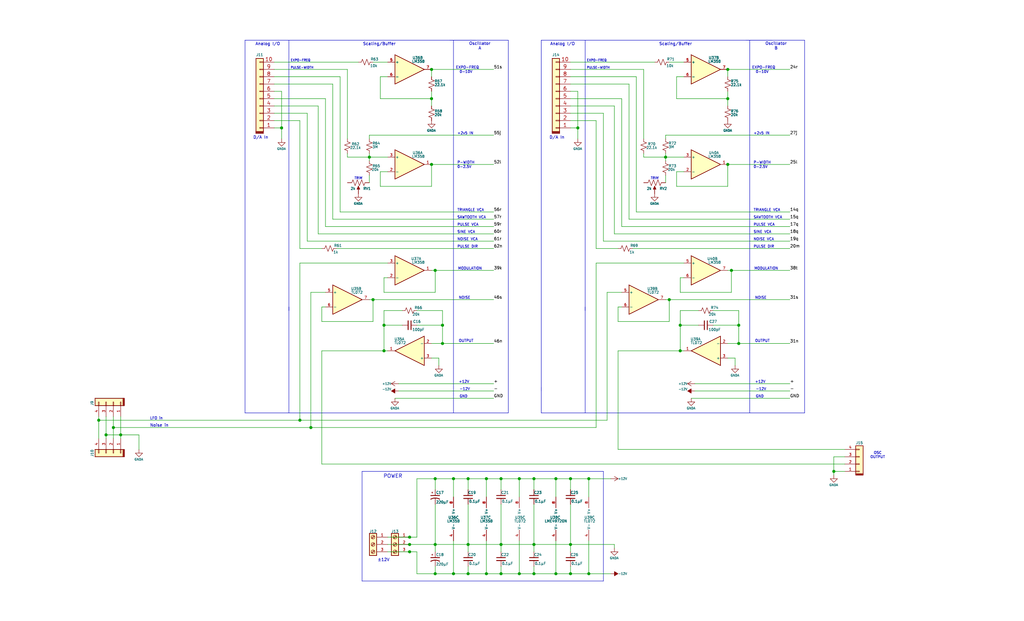
<source format=kicad_sch>
(kicad_sch (version 20250114) (generator "eeschema") (generator_version "9.0")
  (paper "USLegal")
  (title_block (title "Dual Oscillator Carrier Module") (date "2025-01-16") (rev "4.4") (comment 1 "In Development "))
  (lib_symbols
    (symbol "Amplifier_Operational:LM358" (pin_names (offset 0.127))
      (property "Reference" "U14" (at 2.286 4.064 0))
      (property "Value" "LM358" (at 3.048 2.794 0))
      (symbol "LM358_1_1"
        (pin input line (at -7.62 2.54 0) (length 2.54) (name "+") (number "3"))
        (pin input line (at -7.62 -2.54 0) (length 2.54) (name "-") (number "2"))
        (pin output line (at 7.62 0 180) (length 2.54) (name "~") (number "1"))
      )
      (symbol "LM358_2_1"
        (pin input line (at -7.62 2.54 0) (length 2.54) (name "+") (number "5"))
        (pin input line (at -7.62 -2.54 0) (length 2.54) (name "-") (number "6"))
        (pin output line (at 7.62 0 180) (length 2.54) (name "~") (number "7"))
      )
      (symbol "LM358_3_1"
        (pin power_in line (at -2.54 7.62 270) (length 3.81) (name "V+") (number "8"))
        (pin power_in line (at -2.54 -7.62 90) (length 3.81) (name "V-") (number "4"))
      )
    )
    (symbol "Amplifier_Operational:TL072" (pin_names (offset 0.127))
      (property "Reference" "U13" (at 3.048 3.81 0))
      (property "Value" "TL072" (at 3.302 2.54 0))
      (symbol "TL072_1_1"
        (pin input line (at -7.62 2.54 0) (length 2.54) (name "+") (number "3"))
        (pin input line (at -7.62 -2.54 0) (length 2.54) (name "-") (number "2"))
        (pin output line (at 7.62 0 180) (length 2.54) (name "~") (number "1"))
      )
      (symbol "TL072_2_1"
        (pin input line (at -7.62 2.54 0) (length 2.54) (name "+") (number "5"))
        (pin input line (at -7.62 -2.54 0) (length 2.54) (name "-") (number "6"))
        (pin output line (at 7.62 0 180) (length 2.54) (name "~") (number "7"))
      )
      (symbol "TL072_3_1"
        (pin power_in line (at -2.54 7.62 270) (length 3.81) (name "V+") (number "8"))
        (pin power_in line (at -2.54 -7.62 90) (length 3.81) (name "V-") (number "4"))
      )
    )
    (symbol "Connector:Screw_Terminal_01x03" (pin_names (offset 1.016) (hide yes))
      (property "Reference" "J17" (at -1.27 4.572 0))
      (symbol "Screw_Terminal_01x03_1_1"
        (pin passive line (at -5.08 2.54 0) (length 3.81) (name "Pin_1") (number "1"))
        (pin passive line (at -5.08 0 0) (length 3.81) (name "Pin_2") (number "2"))
        (pin passive line (at -5.08 -2.54 0) (length 3.81) (name "Pin_3") (number "3"))
      )
    )
    (symbol "Connector_keyed_kicad_sym:Conn_01x10h" (pin_names (offset 1.016) (hide yes))
      (property "Reference" "J28" (at 0 13.97 0))
      (symbol "Conn_01x10h_1_1"
        (pin passive line (at -5.08 10.16 0) (length 3.81) (name "Pin_1") (number "1"))
        (pin passive line (at -5.08 7.62 0) (length 3.81) (name "Pin_2") (number "2"))
        (pin passive line (at -5.08 5.08 0) (length 3.81) (name "Pin_3") (number "3"))
        (pin passive line (at -5.08 2.54 0) (length 3.81) (name "Pin_4") (number "4"))
        (pin passive line (at -5.08 0 0) (length 3.81) (name "Pin_5") (number "5"))
        (pin passive line (at -5.08 -2.54 0) (length 3.81) (name "Pin_6") (number "6"))
        (pin passive line (at -5.08 -5.08 0) (length 3.81) (name "Pin_7") (number "7"))
        (pin passive line (at -5.08 -7.62 0) (length 3.81) (name "Pin_8") (number "8"))
        (pin passive line (at -5.08 -10.16 0) (length 3.81) (name "Pin_9") (number "9"))
        (pin passive line (at -5.08 -12.7 0) (length 3.81) (name "Pin_10") (number "10"))
      )
    )
    (symbol "Device:C_Polarized_Small_US" (pin_numbers (hide yes)) (pin_names (offset 0.254) (hide yes))
      (property "Reference" "C" (at 0.254 1.778 0))
      (property "Value" "C_Polarized_Small_US" (at 0.254 -2.032 0))
      (symbol "C_Polarized_Small_US_1_1"
        (pin passive line (at 0 2.54 270) (length 2.032) (name "~") (number "1"))
        (pin passive line (at 0 -2.54 90) (length 2.032) (name "~") (number "2"))
      )
    )
    (symbol "Device:C_Small" (pin_numbers (hide yes)) (pin_names (offset 0.254) (hide yes))
      (property "Reference" "C" (at 0.254 1.778 0))
      (property "Value" "C_Small" (at 0.254 -2.032 0))
      (symbol "C_Small_1_1"
        (pin passive line (at 0 2.54 270) (length 2.032) (name "~") (number "1"))
        (pin passive line (at 0 -2.54 90) (length 2.032) (name "~") (number "2"))
      )
    )
    (symbol "Device:R_Potentiometer_US" (pin_names (offset 1.016) (hide yes))
      (property "Reference" "RV4" (at -1.0668 0.7874 0))
      (property "Value" "5k" (at -1.6256 -0.9906 0))
      (symbol "R_Potentiometer_US_1_1"
        (pin passive line (at 0 3.81 270) (length 1.27) (name "1") (number ""))
        (pin passive line (at 0 -3.81 90) (length 1.27) (name "3") (number ""))
        (pin passive line (at 3.81 0 180) (length 1.27) (name "2") (number ""))
      )
    )
    (symbol "Device:R_Small_US" (pin_numbers (hide yes)) (pin_names (offset 0.254) (hide yes))
      (property "Reference" "R" (at 0.762 0.508 0))
      (property "Value" "R_Small_US" (at 0.762 -1.016 0))
      (symbol "R_Small_US_1_1"
        (pin passive line (at 0 2.54 270) (length 1.016) (name "~") (number "1"))
        (pin passive line (at 0 -2.54 90) (length 1.016) (name "~") (number "2"))
      )
    )
    (symbol "LM358_1" (pin_names (offset 0.127))
      (property "Reference" "U12" (at 2.794 4.064 0))
      (property "Value" "LM358" (at 3.048 2.794 0))
      (symbol "LM358_1_1_1"
        (pin input line (at -7.62 2.54 0) (length 2.54) (name "+") (number "3"))
        (pin input line (at -7.62 -2.54 0) (length 2.54) (name "-") (number "2"))
        (pin output line (at 7.62 0 180) (length 2.54) (name "~") (number "1"))
      )
      (symbol "LM358_1_2_1"
        (pin input line (at -7.62 2.54 0) (length 2.54) (name "+") (number "5"))
        (pin input line (at -7.62 -2.54 0) (length 2.54) (name "-") (number "6"))
        (pin output line (at 7.62 0 180) (length 2.54) (name "~") (number "7"))
      )
      (symbol "LM358_1_3_1"
        (pin power_in line (at -2.54 7.62 270) (length 3.81) (name "V+") (number "8"))
        (pin power_in line (at -2.54 -7.62 90) (length 3.81) (name "V-") (number "4"))
      )
    )
    (symbol "LM358_2" (pin_names (offset 0.127))
      (property "Reference" "U12" (at 2.794 4.064 0))
      (property "Value" "LM358" (at 3.048 2.794 0))
      (symbol "LM358_2_1_1"
        (pin input line (at -7.62 2.54 0) (length 2.54) (name "+") (number "3"))
        (pin input line (at -7.62 -2.54 0) (length 2.54) (name "-") (number "2"))
        (pin output line (at 7.62 0 180) (length 2.54) (name "~") (number "1"))
      )
      (symbol "LM358_2_2_1"
        (pin input line (at -7.62 2.54 0) (length 2.54) (name "+") (number "5"))
        (pin input line (at -7.62 -2.54 0) (length 2.54) (name "-") (number "6"))
        (pin output line (at 7.62 0 180) (length 2.54) (name "~") (number "7"))
      )
      (symbol "LM358_2_3_1"
        (pin power_in line (at -2.54 7.62 270) (length 3.81) (name "V+") (number "8"))
        (pin power_in line (at -2.54 -7.62 90) (length 3.81) (name "V-") (number "4"))
      )
    )
    (symbol "LM358_3" (pin_names (offset 0.127))
      (property "Reference" "U12" (at 2.794 4.064 0))
      (property "Value" "LM358" (at 3.048 2.794 0))
      (symbol "LM358_3_1_1"
        (pin input line (at -7.62 2.54 0) (length 2.54) (name "+") (number "3"))
        (pin input line (at -7.62 -2.54 0) (length 2.54) (name "-") (number "2"))
        (pin output line (at 7.62 0 180) (length 2.54) (name "~") (number "1"))
      )
      (symbol "LM358_3_2_1"
        (pin input line (at -7.62 2.54 0) (length 2.54) (name "+") (number "5"))
        (pin input line (at -7.62 -2.54 0) (length 2.54) (name "-") (number "6"))
        (pin output line (at 7.62 0 180) (length 2.54) (name "~") (number "7"))
      )
      (symbol "LM358_3_3_1"
        (pin power_in line (at -2.54 7.62 270) (length 3.81) (name "V+") (number "8"))
        (pin power_in line (at -2.54 -7.62 90) (length 3.81) (name "V-") (number "4"))
      )
    )
    (symbol "LM358_4" (pin_names (offset 0.127))
      (property "Reference" "U14" (at 2.286 4.064 0))
      (property "Value" "LM358" (at 3.048 2.794 0))
      (symbol "LM358_4_1_1"
        (pin input line (at -7.62 2.54 0) (length 2.54) (name "+") (number "3"))
        (pin input line (at -7.62 -2.54 0) (length 2.54) (name "-") (number "2"))
        (pin output line (at 7.62 0 180) (length 2.54) (name "~") (number "1"))
      )
      (symbol "LM358_4_2_1"
        (pin input line (at -7.62 2.54 0) (length 2.54) (name "+") (number "5"))
        (pin input line (at -7.62 -2.54 0) (length 2.54) (name "-") (number "6"))
        (pin output line (at 7.62 0 180) (length 2.54) (name "~") (number "7"))
      )
      (symbol "LM358_4_3_1"
        (pin power_in line (at -2.54 7.62 270) (length 3.81) (name "V+") (number "8"))
        (pin power_in line (at -2.54 -7.62 90) (length 3.81) (name "V-") (number "4"))
      )
    )
    (symbol "LM358_5" (pin_names (offset 0.127))
      (property "Reference" "U14" (at 2.286 4.064 0))
      (property "Value" "LM358" (at 3.048 2.794 0))
      (symbol "LM358_5_1_1"
        (pin input line (at -7.62 2.54 0) (length 2.54) (name "+") (number "3"))
        (pin input line (at -7.62 -2.54 0) (length 2.54) (name "-") (number "2"))
        (pin output line (at 7.62 0 180) (length 2.54) (name "~") (number "1"))
      )
      (symbol "LM358_5_2_1"
        (pin input line (at -7.62 2.54 0) (length 2.54) (name "+") (number "5"))
        (pin input line (at -7.62 -2.54 0) (length 2.54) (name "-") (number "6"))
        (pin output line (at 7.62 0 180) (length 2.54) (name "~") (number "7"))
      )
      (symbol "LM358_5_3_1"
        (pin power_in line (at -2.54 7.62 270) (length 3.81) (name "V+") (number "8"))
        (pin power_in line (at -2.54 -7.62 90) (length 3.81) (name "V-") (number "4"))
      )
    )
    (symbol "My Connectors:Conn_01x04" (pin_names (offset 1.016) (hide yes))
      (property "Reference" "J" (at -0.5788 4.6722 0))
      (property "Value" "Conn_01x04" (at -0.1524 -7.9502 0))
      (symbol "Conn_01x04_1_1"
        (pin passive line (at -5.08 2.54 0) (length 3.81) (name "Pin_1") (number "1"))
        (pin passive line (at -5.08 0 0) (length 3.81) (name "Pin_2") (number "2"))
        (pin passive line (at -5.08 -2.54 0) (length 3.81) (name "Pin_3") (number "3"))
        (pin passive line (at -5.08 -5.08 0) (length 3.81) (name "Pin_4") (number "4"))
      )
    )
    (symbol "Resistors:C_Small" (pin_numbers (hide yes)) (pin_names (offset 0.254) (hide yes))
      (property "Reference" "C48" (at 2.54 1.2638 0))
      (property "Value" "100pF" (at 2.54 -1.2762 0))
      (symbol "C_Small_1_1"
        (pin passive line (at 0 2.54 270) (length 2.032) (name "~") (number "1"))
        (pin passive line (at 0 -2.54 90) (length 2.032) (name "~") (number "2"))
      )
    )
    (symbol "TL072_1" (pin_names (offset 0.127))
      (property "Reference" "U13" (at 3.048 3.81 0))
      (property "Value" "TL072" (at 3.302 2.54 0))
      (symbol "TL072_1_1_1"
        (pin input line (at -7.62 2.54 0) (length 2.54) (name "+") (number "3"))
        (pin input line (at -7.62 -2.54 0) (length 2.54) (name "-") (number "2"))
        (pin output line (at 7.62 0 180) (length 2.54) (name "~") (number "1"))
      )
      (symbol "TL072_1_2_1"
        (pin input line (at -7.62 2.54 0) (length 2.54) (name "+") (number "5"))
        (pin input line (at -7.62 -2.54 0) (length 2.54) (name "-") (number "6"))
        (pin output line (at 7.62 0 180) (length 2.54) (name "~") (number "7"))
      )
      (symbol "TL072_1_3_1"
        (pin power_in line (at -2.54 7.62 270) (length 3.81) (name "V+") (number "8"))
        (pin power_in line (at -2.54 -7.62 90) (length 3.81) (name "V-") (number "4"))
      )
    )
    (symbol "TL072_2" (pin_names (offset 0.127))
      (property "Reference" "U13" (at 3.048 3.81 0))
      (property "Value" "TL072" (at 3.302 2.54 0))
      (symbol "TL072_2_1_1"
        (pin input line (at -7.62 2.54 0) (length 2.54) (name "+") (number "3"))
        (pin input line (at -7.62 -2.54 0) (length 2.54) (name "-") (number "2"))
        (pin output line (at 7.62 0 180) (length 2.54) (name "~") (number "1"))
      )
      (symbol "TL072_2_2_1"
        (pin input line (at -7.62 2.54 0) (length 2.54) (name "+") (number "5"))
        (pin input line (at -7.62 -2.54 0) (length 2.54) (name "-") (number "6"))
        (pin output line (at 7.62 0 180) (length 2.54) (name "~") (number "7"))
      )
      (symbol "TL072_2_3_1"
        (pin power_in line (at -2.54 7.62 270) (length 3.81) (name "V+") (number "8"))
        (pin power_in line (at -2.54 -7.62 90) (length 3.81) (name "V-") (number "4"))
      )
    )
    (symbol "power:+12V" (power) (pin_names (offset 0))
      (property "Value" "+12V" (at 0 3.556 0))
      (symbol "+12V_1_1"
        (pin power_in line (at 0 0 90) (length 0) (hide yes) (name "+12V") (number "1"))
      )
    )
    (symbol "power:-12V" (power) (pin_names (offset 0))
      (property "Value" "-12V" (at 0 3.81 0))
      (symbol "-12V_0_0"
        (pin power_in line (at 0 0 90) (length 0) (hide yes) (name "-12V") (number "1"))
      )
    )
    (symbol "power:GNDA" (power) (pin_names (offset 0))
      (property "Value" "GNDA" (at 0 -3.81 0))
      (symbol "GNDA_1_1"
        (pin power_in line (at 0 0 270) (length 0) (hide yes) (name "GNDA") (number "1"))
      )
    )
  )
  (text "OUTPUT" (at 262.128 119.126 0) (effects (font (size 0.889 0.889)) (justify left bottom)))
  (text "Scaling/Buffer" (at 125.984 16.002 0) (effects (font (size 1.016 1.016)) (justify left bottom)))
  (text "OSC\nOUTPUT" (at 304.8 159.512 0) (effects (font (size 0.889 0.889)) (justify bottom)))
  (text "Noise in" (at 52.07 148.59 0) (effects (font (size 1.016 1.016)) (justify left bottom)))
  (text "OUTPUT" (at 159.258 119.126 0) (effects (font (size 0.889 0.889)) (justify left bottom)))
  (text "-12V" (at 262.382 135.89 0) (effects (font (size 0.889 0.889)) (justify left bottom)))
  (text "Oscillator\nA" (at 166.624 17.526 0) (effects (font (size 1.016 1.016)) (justify bottom)))
  (text "_{TRIM}" (at 122.936 62.484 0) (effects (font (size 1.016 1.016) (italic yes)) (justify left bottom)))
  (text "0-2.5V" (at 158.75 58.674 0) (effects (font (size 0.889 0.889)) (justify left bottom)))
  (text "GND" (at 159.512 138.43 0) (effects (font (size 0.889 0.889)) (justify left bottom)))
  (text "Analog I/O" (at 88.646 16.002 0) (effects (font (size 1.016 1.016)) (justify left bottom)))
  (text "Analog I/O" (at 191.008 16.002 0) (effects (font (size 1.016 1.016)) (justify left bottom)))
  (text "+12V" (at 262.128 133.35 0) (effects (font (size 0.889 0.889)) (justify left bottom)))
  (text "MODULATION" (at 159.004 93.98 0) (effects (font (size 0.889 0.889)) (justify left bottom)))
  (text "+12V" (at 159.258 133.35 0) (effects (font (size 0.889 0.889)) (justify left bottom)))
  (text "Scaling/Buffer" (at 228.854 16.002 0) (effects (font (size 1.016 1.016)) (justify left bottom)))
  (text "MODULATION" (at 261.874 93.98 0) (effects (font (size 0.889 0.889)) (justify left bottom)))
  (text "-12V" (at 159.512 135.89 0) (effects (font (size 0.889 0.889)) (justify left bottom)))
  (text "EXPO-FREQ" (at 203.708 21.59 0) (effects (font (size 0.762 0.762)) (justify left bottom)))
  (text "PULSE DIR" (at 261.62 86.36 0) (effects (font (size 0.889 0.889)) (justify left bottom)))
  (text "D/A In" (at 87.884 48.514 0) (effects (font (size 1.016 1.016)) (justify left bottom)))
  (text "POWER" (at 133.096 166.37 0) (effects (font (size 1.27 1.27)) (justify left bottom)))
  (text "TRIANGLE VCA" (at 261.62 73.66 0) (effects (font (size 0.889 0.889)) (justify left bottom)))
  (text "NOISE" (at 159.258 104.14 0) (effects (font (size 0.889 0.889)) (justify left bottom)))
  (text "NOISE VCA" (at 261.62 83.82 0) (effects (font (size 0.889 0.889)) (justify left bottom)))
  (text "P-WIDTH" (at 261.62 57.15 0) (effects (font (size 0.889 0.889)) (justify left bottom)))
  (text "GND" (at 262.382 138.43 0) (effects (font (size 0.889 0.889)) (justify left bottom)))
  (text "SINE VCA" (at 158.75 81.28 0) (effects (font (size 0.889 0.889)) (justify left bottom)))
  (text "0-10V" (at 159.512 25.654 0) (effects (font (size 0.889 0.889)) (justify left bottom)))
  (text "PULSE-WIDTH" (at 100.838 24.13 0) (effects (font (size 0.762 0.762)) (justify left bottom)))
  (text "0-2.5V" (at 261.62 58.674 0) (effects (font (size 0.889 0.889)) (justify left bottom)))
  (text "TRIANGLE VCA" (at 158.75 73.66 0) (effects (font (size 0.889 0.889)) (justify left bottom)))
  (text "D/A In" (at 190.754 48.514 0) (effects (font (size 1.016 1.016)) (justify left bottom)))
  (text "LFO in" (at 52.07 146.05 0) (effects (font (size 0.889 0.889)) (justify left bottom)))
  (text "PULSE-WIDTH" (at 203.708 24.13 0) (effects (font (size 0.762 0.762)) (justify left bottom)))
  (text "EXPO-FREQ" (at 261.112 24.13 0) (effects (font (size 0.889 0.889)) (justify left bottom)))
  (text "SINE VCA" (at 261.62 81.28 0) (effects (font (size 0.889 0.889)) (justify left bottom)))
  (text "±12V" (at 131.064 195.326 0) (effects (font (size 1.016 1.016)) (justify left bottom)))
  (text "_{TRIM}" (at 225.806 62.484 0) (effects (font (size 1.016 1.016) (italic yes)) (justify left bottom)))
  (text "P-WIDTH" (at 158.75 57.15 0) (effects (font (size 0.889 0.889)) (justify left bottom)))
  (text "NOISE" (at 262.128 104.14 0) (effects (font (size 0.889 0.889)) (justify left bottom)))
  (text "PULSE DIR" (at 158.75 86.36 0) (effects (font (size 0.889 0.889)) (justify left bottom)))
  (text "+2v5 IN" (at 261.62 46.99 0) (effects (font (size 0.889 0.889)) (justify left bottom)))
  (text "NOISE VCA" (at 158.75 83.82 0) (effects (font (size 0.889 0.889)) (justify left bottom)))
  (text "PULSE VCA" (at 261.62 78.74 0) (effects (font (size 0.889 0.889)) (justify left bottom)))
  (text "PULSE VCA" (at 158.75 78.74 0) (effects (font (size 0.889 0.889)) (justify left bottom)))
  (text "0-10V" (at 262.382 25.654 0) (effects (font (size 0.889 0.889)) (justify left bottom)))
  (text "EXPO-FREQ" (at 158.242 24.13 0) (effects (font (size 0.889 0.889)) (justify left bottom)))
  (text "SAWTOOTH VCA" (at 158.75 76.2 0) (effects (font (size 0.889 0.889)) (justify left bottom)))
  (text "EXPO-FREQ" (at 100.838 21.59 0) (effects (font (size 0.762 0.762)) (justify left bottom)))
  (text "SAWTOOTH VCA" (at 261.62 76.2 0) (effects (font (size 0.889 0.889)) (justify left bottom)))
  (text "+2v5 IN" (at 158.75 46.99 0) (effects (font (size 0.889 0.889)) (justify left bottom)))
  (text "Oscillator\nB" (at 269.494 17.526 0) (effects (font (size 1.016 1.016)) (justify bottom)))
  (junction (at 133.35 121.92))
  (junction (at 142.24 191.77))
  (junction (at 252.73 34.29))
  (junction (at 168.91 199.39))
  (junction (at 36.83 151.13))
  (junction (at 193.04 166.37))
  (junction (at 198.12 189.23))
  (junction (at 151.13 189.23))
  (junction (at 254 93.98))
  (junction (at 41.91 151.13))
  (junction (at 151.13 166.37))
  (junction (at 168.91 166.37))
  (junction (at 39.37 148.59))
  (junction (at 256.54 113.03))
  (junction (at 173.99 199.39))
  (junction (at 198.12 166.37))
  (junction (at 198.12 199.39))
  (junction (at 97.79 44.45))
  (junction (at 232.41 104.14))
  (junction (at 149.86 34.29))
  (junction (at 231.14 54.61))
  (junction (at 185.42 189.23))
  (junction (at 153.67 113.03))
  (junction (at 107.95 148.59))
  (junction (at 173.99 189.23))
  (junction (at 204.47 166.37))
  (junction (at 256.54 119.38))
  (junction (at 104.14 146.05))
  (junction (at 151.13 93.98))
  (junction (at 185.42 199.39))
  (junction (at 252.73 57.15))
  (junction (at 252.73 24.13))
  (junction (at 129.54 104.14))
  (junction (at 153.67 119.38))
  (junction (at 236.22 113.03))
  (junction (at 157.48 166.37))
  (junction (at 180.34 199.39))
  (junction (at 128.27 54.61))
  (junction (at 193.04 199.39))
  (junction (at 142.24 189.23))
  (junction (at 157.48 199.39))
  (junction (at 236.22 121.92))
  (junction (at 204.47 199.39))
  (junction (at 149.86 57.15))
  (junction (at 34.29 146.05))
  (junction (at 162.56 199.39))
  (junction (at 162.56 189.23))
  (junction (at 149.86 24.13))
  (junction (at 185.42 166.37))
  (junction (at 151.13 199.39))
  (junction (at 142.24 186.69))
  (junction (at 162.56 166.37))
  (junction (at 173.99 166.37))
  (junction (at 180.34 166.37))
  (junction (at 200.66 44.45))
  (junction (at 133.35 113.03))
  (junction (at 289.56 163.83))
  (wire (pts (xy 207.01 91.44) (xy 237.49 91.44)))
  (wire (pts (xy 236.22 107.95) (xy 236.22 113.03)))
  (wire (pts (xy 234.95 34.29) (xy 252.73 34.29)))
  (wire (pts (xy 128.27 54.61) (xy 134.62 54.61)))
  (wire (pts (xy 118.11 73.66) (xy 171.45 73.66)))
  (wire (pts (xy 254 93.98) (xy 274.32 93.98)))
  (wire (pts (xy 220.98 26.67) (xy 220.98 73.66)))
  (wire (pts (xy 204.47 166.37) (xy 204.47 172.72)))
  (wire (pts (xy 231.14 54.61) (xy 237.49 54.61)))
  (wire (pts (xy 227.33 21.59) (xy 198.12 21.59)))
  (wire (pts (xy 151.13 93.98) (xy 171.45 93.98)))
  (wire (pts (xy 41.91 144.78) (xy 41.91 151.13)))
  (wire (pts (xy 232.41 104.14) (xy 274.32 104.14)))
  (wire (pts (xy 133.35 121.92) (xy 134.62 121.92)))
  (wire (pts (xy 236.22 101.6) (xy 254 101.6)))
  (wire (pts (xy 223.52 54.61) (xy 231.14 54.61)))
  (wire (pts (xy 111.76 111.76) (xy 129.54 111.76)))
  (wire (pts (xy 162.56 199.39) (xy 168.91 199.39)))
  (polyline (pts (xy 203.2 106.68) (xy 203.2 107.95)))
  (wire (pts (xy 247.65 113.03) (xy 256.54 113.03)))
  (polyline (pts (xy 259.08 13.97) (xy 279.4 13.97)))
  (wire (pts (xy 111.76 121.92) (xy 111.76 161.29)))
  (wire (pts (xy 152.4 124.46) (xy 152.4 127)))
  (wire (pts (xy 234.95 64.77) (xy 252.73 64.77)))
  (wire (pts (xy 198.12 41.91) (xy 207.01 41.91)))
  (wire (pts (xy 220.98 73.66) (xy 274.32 73.66)))
  (wire (pts (xy 110.49 81.28) (xy 110.49 36.83)))
  (polyline (pts (xy 187.96 134.62) (xy 187.96 135.89)))
  (wire (pts (xy 151.13 196.85) (xy 151.13 199.39)))
  (wire (pts (xy 293.37 158.75) (xy 289.56 158.75)))
  (wire (pts (xy 95.25 34.29) (xy 113.03 34.29)))
  (wire (pts (xy 132.08 59.69) (xy 132.08 64.77)))
  (wire (pts (xy 198.12 175.26) (xy 198.12 189.23)))
  (wire (pts (xy 231.14 53.34) (xy 231.14 54.61)))
  (wire (pts (xy 97.79 31.75) (xy 97.79 44.45)))
  (wire (pts (xy 153.67 119.38) (xy 171.45 119.38)))
  (wire (pts (xy 252.73 24.13) (xy 274.32 24.13)))
  (wire (pts (xy 173.99 189.23) (xy 185.42 189.23)))
  (wire (pts (xy 132.08 26.67) (xy 134.62 26.67)))
  (wire (pts (xy 173.99 166.37) (xy 180.34 166.37)))
  (wire (pts (xy 193.04 199.39) (xy 198.12 199.39)))
  (wire (pts (xy 133.35 101.6) (xy 151.13 101.6)))
  (wire (pts (xy 153.67 107.95) (xy 153.67 113.03)))
  (wire (pts (xy 198.12 189.23) (xy 213.36 189.23)))
  (wire (pts (xy 129.54 21.59) (xy 134.62 21.59)))
  (wire (pts (xy 149.86 119.38) (xy 153.67 119.38)))
  (wire (pts (xy 207.01 91.44) (xy 207.01 148.59)))
  (wire (pts (xy 134.62 191.77) (xy 142.24 191.77)))
  (wire (pts (xy 210.82 101.6) (xy 210.82 146.05)))
  (wire (pts (xy 232.41 21.59) (xy 237.49 21.59)))
  (wire (pts (xy 132.08 64.77) (xy 149.86 64.77)))
  (wire (pts (xy 198.12 31.75) (xy 200.66 31.75)))
  (wire (pts (xy 116.84 86.36) (xy 171.45 86.36)))
  (wire (pts (xy 41.91 151.13) (xy 48.26 151.13)))
  (wire (pts (xy 134.62 189.23) (xy 142.24 189.23)))
  (wire (pts (xy 256.54 113.03) (xy 256.54 119.38)))
  (wire (pts (xy 36.83 144.78) (xy 36.83 151.13)))
  (wire (pts (xy 144.78 166.37) (xy 144.78 186.69)))
  (wire (pts (xy 198.12 199.39) (xy 198.12 196.85)))
  (wire (pts (xy 129.54 104.14) (xy 129.54 111.76)))
  (wire (pts (xy 214.63 86.36) (xy 207.01 86.36)))
  (wire (pts (xy 234.95 59.69) (xy 234.95 64.77)))
  (wire (pts (xy 168.91 166.37) (xy 168.91 172.72)))
  (wire (pts (xy 144.78 199.39) (xy 144.78 191.77)))
  (polyline (pts (xy 260.35 13.97) (xy 260.35 143.51)))
  (wire (pts (xy 149.86 124.46) (xy 152.4 124.46)))
  (wire (pts (xy 180.34 199.39) (xy 185.42 199.39)))
  (wire (pts (xy 39.37 144.78) (xy 39.37 148.59)))
  (wire (pts (xy 185.42 189.23) (xy 198.12 189.23)))
  (wire (pts (xy 247.65 107.95) (xy 256.54 107.95)))
  (wire (pts (xy 151.13 101.6) (xy 151.13 93.98)))
  (wire (pts (xy 218.44 76.2) (xy 218.44 29.21)))
  (wire (pts (xy 232.41 104.14) (xy 232.41 111.76)))
  (polyline (pts (xy 125.73 163.83) (xy 125.73 201.93)))
  (wire (pts (xy 115.57 76.2) (xy 171.45 76.2)))
  (wire (pts (xy 256.54 119.38) (xy 274.32 119.38)))
  (wire (pts (xy 144.78 113.03) (xy 153.67 113.03)))
  (wire (pts (xy 180.34 187.96) (xy 180.34 199.39)))
  (wire (pts (xy 128.27 63.5) (xy 128.27 60.96)))
  (wire (pts (xy 234.95 26.67) (xy 237.49 26.67)))
  (wire (pts (xy 34.29 144.78) (xy 34.29 146.05)))
  (wire (pts (xy 213.36 190.5) (xy 213.36 189.23)))
  (wire (pts (xy 198.12 199.39) (xy 204.47 199.39)))
  (wire (pts (xy 231.14 46.99) (xy 274.32 46.99)))
  (wire (pts (xy 144.78 191.77) (xy 142.24 191.77)))
  (wire (pts (xy 256.54 107.95) (xy 256.54 113.03)))
  (wire (pts (xy 200.66 44.45) (xy 200.66 48.26)))
  (wire (pts (xy 134.62 96.52) (xy 133.35 96.52)))
  (wire (pts (xy 110.49 81.28) (xy 171.45 81.28)))
  (wire (pts (xy 234.95 59.69) (xy 237.49 59.69)))
  (wire (pts (xy 162.56 189.23) (xy 173.99 189.23)))
  (polyline (pts (xy 157.48 13.97) (xy 157.48 143.51)))
  (wire (pts (xy 113.03 78.74) (xy 171.45 78.74)))
  (polyline (pts (xy 125.73 163.83) (xy 209.55 163.83)))
  (wire (pts (xy 132.08 26.67) (xy 132.08 34.29)))
  (wire (pts (xy 95.25 39.37) (xy 106.68 39.37)))
  (wire (pts (xy 252.73 57.15) (xy 274.32 57.15)))
  (wire (pts (xy 162.56 191.77) (xy 162.56 189.23)))
  (wire (pts (xy 128.27 46.99) (xy 171.45 46.99)))
  (wire (pts (xy 289.56 163.83) (xy 293.37 163.83)))
  (wire (pts (xy 198.12 44.45) (xy 200.66 44.45)))
  (wire (pts (xy 242.57 113.03) (xy 236.22 113.03)))
  (wire (pts (xy 185.42 199.39) (xy 185.42 196.85)))
  (polyline (pts (xy 85.09 13.97) (xy 85.09 143.51)))
  (wire (pts (xy 198.12 166.37) (xy 204.47 166.37)))
  (polyline (pts (xy 85.09 13.97) (xy 156.21 13.97)))
  (wire (pts (xy 111.76 106.68) (xy 111.76 111.76)))
  (wire (pts (xy 41.91 151.13) (xy 41.91 152.4)))
  (wire (pts (xy 144.78 166.37) (xy 151.13 166.37)))
  (wire (pts (xy 252.73 57.15) (xy 252.73 64.77)))
  (wire (pts (xy 162.56 199.39) (xy 162.56 196.85)))
  (wire (pts (xy 118.11 26.67) (xy 118.11 73.66)))
  (polyline (pts (xy 100.33 13.97) (xy 100.33 143.51)))
  (wire (pts (xy 168.91 187.96) (xy 168.91 199.39)))
  (wire (pts (xy 242.57 107.95) (xy 236.22 107.95)))
  (wire (pts (xy 144.78 186.69) (xy 142.24 186.69)))
  (wire (pts (xy 198.12 24.13) (xy 223.52 24.13)))
  (wire (pts (xy 95.25 31.75) (xy 97.79 31.75)))
  (wire (pts (xy 198.12 191.77) (xy 198.12 189.23)))
  (wire (pts (xy 198.12 39.37) (xy 209.55 39.37)))
  (wire (pts (xy 214.63 106.68) (xy 214.63 111.76)))
  (wire (pts (xy 210.82 146.05) (xy 104.14 146.05)))
  (wire (pts (xy 185.42 175.26) (xy 185.42 189.23)))
  (wire (pts (xy 111.76 86.36) (xy 104.14 86.36)))
  (wire (pts (xy 151.13 166.37) (xy 151.13 170.18)))
  (wire (pts (xy 39.37 148.59) (xy 107.95 148.59)))
  (wire (pts (xy 113.03 78.74) (xy 113.03 34.29)))
  (wire (pts (xy 133.35 107.95) (xy 133.35 113.03)))
  (wire (pts (xy 120.65 54.61) (xy 128.27 54.61)))
  (wire (pts (xy 48.26 156.21) (xy 48.26 151.13)))
  (wire (pts (xy 128.27 54.61) (xy 128.27 55.88)))
  (wire (pts (xy 180.34 166.37) (xy 180.34 172.72)))
  (polyline (pts (xy 176.53 13.97) (xy 176.53 143.51)))
  (wire (pts (xy 149.86 93.98) (xy 151.13 93.98)))
  (wire (pts (xy 149.86 57.15) (xy 149.86 64.77)))
  (wire (pts (xy 234.95 26.67) (xy 234.95 34.29)))
  (wire (pts (xy 198.12 36.83) (xy 213.36 36.83)))
  (wire (pts (xy 214.63 106.68) (xy 215.9 106.68)))
  (wire (pts (xy 36.83 151.13) (xy 36.83 152.4)))
  (wire (pts (xy 133.35 96.52) (xy 133.35 101.6)))
  (wire (pts (xy 193.04 166.37) (xy 193.04 172.72)))
  (wire (pts (xy 128.27 104.14) (xy 129.54 104.14)))
  (wire (pts (xy 115.57 76.2) (xy 115.57 29.21)))
  (wire (pts (xy 157.48 199.39) (xy 162.56 199.39)))
  (wire (pts (xy 214.63 121.92) (xy 236.22 121.92)))
  (wire (pts (xy 236.22 96.52) (xy 236.22 101.6)))
  (polyline (pts (xy 100.33 106.68) (xy 100.33 107.95)))
  (wire (pts (xy 204.47 166.37) (xy 212.09 166.37)))
  (wire (pts (xy 252.73 31.75) (xy 252.73 34.29)))
  (wire (pts (xy 132.08 34.29) (xy 149.86 34.29)))
  (wire (pts (xy 95.25 41.91) (xy 104.14 41.91)))
  (wire (pts (xy 36.83 151.13) (xy 41.91 151.13)))
  (wire (pts (xy 106.68 83.82) (xy 106.68 39.37)))
  (wire (pts (xy 214.63 156.21) (xy 293.37 156.21)))
  (wire (pts (xy 157.48 166.37) (xy 162.56 166.37)))
  (wire (pts (xy 289.56 163.83) (xy 289.56 165.1)))
  (polyline (pts (xy 156.21 13.97) (xy 165.1 13.97)))
  (wire (pts (xy 193.04 166.37) (xy 198.12 166.37)))
  (wire (pts (xy 236.22 121.92) (xy 237.49 121.92)))
  (wire (pts (xy 104.14 41.91) (xy 104.14 86.36)))
  (wire (pts (xy 198.12 26.67) (xy 220.98 26.67)))
  (wire (pts (xy 137.16 138.43) (xy 171.45 138.43)))
  (wire (pts (xy 132.08 59.69) (xy 134.62 59.69)))
  (wire (pts (xy 252.73 124.46) (xy 255.27 124.46)))
  (wire (pts (xy 198.12 34.29) (xy 215.9 34.29)))
  (wire (pts (xy 209.55 83.82) (xy 209.55 39.37)))
  (wire (pts (xy 95.25 29.21) (xy 115.57 29.21)))
  (wire (pts (xy 241.3 133.35) (xy 274.32 133.35)))
  (wire (pts (xy 198.12 29.21) (xy 218.44 29.21)))
  (wire (pts (xy 200.66 31.75) (xy 200.66 44.45)))
  (wire (pts (xy 107.95 101.6) (xy 107.95 148.59)))
  (wire (pts (xy 213.36 81.28) (xy 274.32 81.28)))
  (wire (pts (xy 104.14 91.44) (xy 134.62 91.44)))
  (wire (pts (xy 236.22 113.03) (xy 236.22 121.92)))
  (wire (pts (xy 120.65 24.13) (xy 120.65 48.26)))
  (wire (pts (xy 128.27 46.99) (xy 128.27 48.26)))
  (wire (pts (xy 173.99 199.39) (xy 173.99 196.85)))
  (polyline (pts (xy 85.09 143.51) (xy 176.53 143.51)))
  (wire (pts (xy 95.25 44.45) (xy 97.79 44.45)))
  (polyline (pts (xy 156.21 13.97) (xy 176.53 13.97)))
  (wire (pts (xy 144.78 199.39) (xy 151.13 199.39)))
  (wire (pts (xy 223.52 24.13) (xy 223.52 48.26)))
  (wire (pts (xy 289.56 158.75) (xy 289.56 163.83)))
  (wire (pts (xy 162.56 175.26) (xy 162.56 189.23)))
  (wire (pts (xy 149.86 34.29) (xy 149.86 36.83)))
  (wire (pts (xy 138.43 135.89) (xy 171.45 135.89)))
  (wire (pts (xy 97.79 44.45) (xy 97.79 48.26)))
  (wire (pts (xy 173.99 175.26) (xy 173.99 189.23)))
  (polyline (pts (xy 259.08 13.97) (xy 267.97 13.97)))
  (wire (pts (xy 173.99 199.39) (xy 180.34 199.39)))
  (wire (pts (xy 151.13 166.37) (xy 157.48 166.37)))
  (wire (pts (xy 231.14 46.99) (xy 231.14 48.26)))
  (wire (pts (xy 111.76 121.92) (xy 133.35 121.92)))
  (wire (pts (xy 213.36 81.28) (xy 213.36 36.83)))
  (wire (pts (xy 151.13 189.23) (xy 162.56 189.23)))
  (wire (pts (xy 237.49 96.52) (xy 236.22 96.52)))
  (wire (pts (xy 252.73 93.98) (xy 254 93.98)))
  (wire (pts (xy 241.3 135.89) (xy 274.32 135.89)))
  (wire (pts (xy 95.25 36.83) (xy 110.49 36.83)))
  (wire (pts (xy 107.95 101.6) (xy 113.03 101.6)))
  (wire (pts (xy 218.44 76.2) (xy 274.32 76.2)))
  (wire (pts (xy 34.29 146.05) (xy 34.29 152.4)))
  (wire (pts (xy 139.7 113.03) (xy 133.35 113.03)))
  (wire (pts (xy 142.24 189.23) (xy 151.13 189.23)))
  (wire (pts (xy 149.86 24.13) (xy 171.45 24.13)))
  (wire (pts (xy 107.95 148.59) (xy 207.01 148.59)))
  (wire (pts (xy 111.76 106.68) (xy 113.03 106.68)))
  (wire (pts (xy 95.25 24.13) (xy 120.65 24.13)))
  (polyline (pts (xy 187.96 143.51) (xy 279.4 143.51)))
  (wire (pts (xy 255.27 124.46) (xy 255.27 127)))
  (wire (pts (xy 185.42 166.37) (xy 193.04 166.37)))
  (wire (pts (xy 157.48 166.37) (xy 157.48 172.72)))
  (wire (pts (xy 215.9 78.74) (xy 274.32 78.74)))
  (wire (pts (xy 223.52 53.34) (xy 223.52 54.61)))
  (wire (pts (xy 207.01 41.91) (xy 207.01 86.36)))
  (polyline (pts (xy 187.96 13.97) (xy 187.96 143.51)))
  (wire (pts (xy 209.55 83.82) (xy 274.32 83.82)))
  (wire (pts (xy 254 101.6) (xy 254 93.98)))
  (wire (pts (xy 106.68 83.82) (xy 171.45 83.82)))
  (wire (pts (xy 240.03 138.43) (xy 274.32 138.43)))
  (wire (pts (xy 151.13 189.23) (xy 151.13 191.77)))
  (wire (pts (xy 215.9 78.74) (xy 215.9 34.29)))
  (wire (pts (xy 193.04 187.96) (xy 193.04 199.39)))
  (wire (pts (xy 204.47 187.96) (xy 204.47 199.39)))
  (wire (pts (xy 210.82 101.6) (xy 215.9 101.6)))
  (polyline (pts (xy 279.4 13.97) (xy 279.4 143.51)))
  (wire (pts (xy 173.99 166.37) (xy 173.99 170.18)))
  (polyline (pts (xy 203.2 13.97) (xy 203.2 143.51)))
  (wire (pts (xy 149.86 57.15) (xy 171.45 57.15)))
  (wire (pts (xy 231.14 63.5) (xy 231.14 60.96)))
  (wire (pts (xy 231.14 54.61) (xy 231.14 55.88)))
  (wire (pts (xy 168.91 166.37) (xy 173.99 166.37)))
  (wire (pts (xy 198.12 166.37) (xy 198.12 170.18)))
  (wire (pts (xy 124.46 21.59) (xy 95.25 21.59)))
  (wire (pts (xy 162.56 166.37) (xy 162.56 170.18)))
  (wire (pts (xy 95.25 26.67) (xy 118.11 26.67)))
  (wire (pts (xy 153.67 113.03) (xy 153.67 119.38)))
  (wire (pts (xy 252.73 34.29) (xy 252.73 36.83)))
  (wire (pts (xy 39.37 148.59) (xy 39.37 152.4)))
  (wire (pts (xy 214.63 121.92) (xy 214.63 156.21)))
  (wire (pts (xy 231.14 104.14) (xy 232.41 104.14)))
  (wire (pts (xy 120.65 53.34) (xy 120.65 54.61)))
  (wire (pts (xy 214.63 111.76) (xy 232.41 111.76)))
  (wire (pts (xy 138.43 133.35) (xy 171.45 133.35)))
  (wire (pts (xy 134.62 186.69) (xy 142.24 186.69)))
  (wire (pts (xy 111.76 161.29) (xy 293.37 161.29)))
  (wire (pts (xy 173.99 191.77) (xy 173.99 189.23)))
  (wire (pts (xy 219.71 86.36) (xy 274.32 86.36)))
  (wire (pts (xy 144.78 107.95) (xy 153.67 107.95)))
  (wire (pts (xy 185.42 199.39) (xy 193.04 199.39)))
  (wire (pts (xy 162.56 166.37) (xy 168.91 166.37)))
  (wire (pts (xy 252.73 119.38) (xy 256.54 119.38)))
  (wire (pts (xy 139.7 107.95) (xy 133.35 107.95)))
  (polyline (pts (xy 209.55 201.93) (xy 125.73 201.93)))
  (wire (pts (xy 180.34 166.37) (xy 185.42 166.37)))
  (wire (pts (xy 34.29 146.05) (xy 104.14 146.05)))
  (wire (pts (xy 149.86 31.75) (xy 149.86 34.29)))
  (wire (pts (xy 128.27 53.34) (xy 128.27 54.61)))
  (polyline (pts (xy 209.55 201.93) (xy 209.55 163.83)))
  (wire (pts (xy 149.86 24.13) (xy 149.86 26.67)))
  (wire (pts (xy 151.13 175.26) (xy 151.13 189.23)))
  (wire (pts (xy 157.48 187.96) (xy 157.48 199.39)))
  (wire (pts (xy 185.42 191.77) (xy 185.42 189.23)))
  (wire (pts (xy 151.13 199.39) (xy 157.48 199.39)))
  (wire (pts (xy 129.54 104.14) (xy 171.45 104.14)))
  (wire (pts (xy 133.35 113.03) (xy 133.35 121.92)))
  (polyline (pts (xy 187.96 13.97) (xy 259.08 13.97)))
  (wire (pts (xy 168.91 199.39) (xy 173.99 199.39)))
  (wire (pts (xy 185.42 166.37) (xy 185.42 170.18)))
  (wire (pts (xy 252.73 24.13) (xy 252.73 26.67)))
  (wire (pts (xy 104.14 91.44) (xy 104.14 146.05)))
  (wire (pts (xy 204.47 199.39) (xy 212.09 199.39)))
  (label "31n" (at 274.32 119.38 0) (effects (font (size 1.016 1.016))))
  (label "51s" (at 171.45 24.13 0) (effects (font (size 1.016 1.016))))
  (label "-" (at 274.32 135.89 0) (effects (font (size 1.016 1.016))))
  (label "56r" (at 171.45 73.66 0) (effects (font (size 1.016 1.016))))
  (label "25l" (at 274.32 57.15 0) (effects (font (size 1.016 1.016))))
  (label "GND" (at 274.32 138.43 0) (effects (font (size 1.016 1.016))))
  (label "52l" (at 171.45 57.15 0) (effects (font (size 1.016 1.016))))
  (label "24r" (at 274.32 24.13 0) (effects (font (size 1.016 1.016))))
  (label "19q" (at 274.32 83.82 0) (effects (font (size 1.016 1.016))))
  (label "20m" (at 274.32 86.36 0) (effects (font (size 1.016 1.016))))
  (label "46n" (at 171.45 119.38 0) (effects (font (size 1.016 1.016))))
  (label "18q" (at 274.32 81.28 0) (effects (font (size 1.016 1.016))))
  (label "59r" (at 171.45 78.74 0) (effects (font (size 1.016 1.016))))
  (label "62n" (at 171.45 86.36 0) (effects (font (size 1.016 1.016))))
  (label "+" (at 171.45 133.35 0) (effects (font (size 1.016 1.016))))
  (label "31s" (at 274.32 104.14 0) (effects (font (size 1.016 1.016))))
  (label "27j" (at 274.32 46.99 0) (effects (font (size 1.016 1.016))))
  (label "GND" (at 171.45 138.43 0) (effects (font (size 1.016 1.016))))
  (label "46s" (at 171.45 104.14 0) (effects (font (size 1.016 1.016))))
  (label "60r" (at 171.45 81.28 0) (effects (font (size 1.016 1.016))))
  (label "38t" (at 274.32 93.98 0) (effects (font (size 1.016 1.016))))
  (label "61r" (at 171.45 83.82 0) (effects (font (size 1.016 1.016))))
  (label "17q" (at 274.32 78.74 0) (effects (font (size 1.016 1.016))))
  (label "-" (at 171.45 135.89 0) (effects (font (size 1.016 1.016))))
  (label "+" (at 274.32 133.35 0) (effects (font (size 1.016 1.016))))
  (label "55j" (at 171.45 46.99 0) (effects (font (size 1.016 1.016))))
  (label "14q" (at 274.32 73.66 0) (effects (font (size 1.016 1.016))))
  (label "15q" (at 274.32 76.2 0) (effects (font (size 1.016 1.016))))
  (label "39k" (at 171.45 93.98 0) (effects (font (size 1.016 1.016))))
  (label "57r" (at 171.45 76.2 0) (effects (font (size 1.016 1.016))))
  (symbol (lib_id "Device:R_Small_US") (at 245.11 107.95 90) (unit 1)
    (property "Reference" "R74" (at 248.158 106.934 90) (effects (font (size 0.889 0.889))))
    (property "Value" "20k" (at 247.396 109.22 90) (effects (font (size 0.889 0.889))))
  )
  (symbol (lib_id "Device:R_Small_US") (at 252.73 39.37 0) (unit 1)
    (property "Reference" "R76" (at 253.746 38.608 0) (effects (font (size 0.889 0.889)) (justify left)))
    (property "Value" "20k" (at 253.746 39.878 0) (effects (font (size 0.889 0.889)) (justify left)))
  )
  (symbol (lib_name "TL072_1") (lib_id "Amplifier_Operational:TL072") (at 120.65 104.14 0) (unit 2)
    (property "Reference" "U35" (at 123.698 100.33 0) (effects (font (size 0.889 0.889))))
    (property "Value" "TL072" (at 123.952 101.6 0) (effects (font (size 0.889 0.889))))
    (property "Datasheet" "http://www.ti.com/lit/ds/symlink/tl071.pdf" (effects (hide yes)))
    (property "Description" "Dual Low-Noise JFET-Input Operational Amplifiers, DIP-8/SOIC-8" (effects (hide yes)))
  )
  (symbol (lib_id "power:-12V") (at 212.09 199.39 270) (mirror x) (unit 1)
    (property "Reference" "#PWR027" (effects (hide yes)))
    (property "Value" "-12V" (at 214.63 199.39 90) (effects (font (size 0.762 0.762)) (justify left)))
  )
  (symbol (lib_id "Device:C_Small") (at 162.56 194.31 0) (unit 1)
    (property "Reference" "C20" (at 162.56 192.786 0) (effects (font (size 0.889 0.889)) (justify left)))
    (property "Value" "0.1µF" (at 162.814 195.834 0) (effects (font (size 0.889 0.889)) (justify left)))
  )
  (symbol (lib_id "My Connectors:Conn_01x04") (at 298.45 161.29 0) (mirror x) (unit 1)
    (property "Reference" "J15" (at 297.18 153.924 0) (effects (font (size 0.889 0.889)) (justify left)))
    (property "Value" "Conn_01x04" (effects (hide yes)))
    (property "Description" "Generic connector, single row, 01x04, script generated (kicad-library-utils/schlib/autogen/connector/)" (effects (hide yes)))
  )
  (symbol (lib_id "Device:R_Small_US") (at 149.86 39.37 0) (unit 1)
    (property "Reference" "R68" (at 150.876 38.608 0) (effects (font (size 0.889 0.889)) (justify left)))
    (property "Value" "20k" (at 150.876 39.878 0) (effects (font (size 0.889 0.889)) (justify left)))
  )
  (symbol (lib_id "Resistors:C_Small") (at 245.11 113.03 270) (unit 1)
    (property "Reference" "C27" (at 247.65 111.76 90) (effects (font (size 0.889 0.889))))
    (property "Value" "100pF" (at 248.158 114.554 90) (effects (font (size 0.889 0.889))))
    (property "Description" "Unpolarized capacitor, small symbol" (effects (hide yes)))
  )
  (symbol (lib_name "LM358_5") (lib_id "Amplifier_Operational:LM358") (at 160.02 180.34 0) (unit 3)
    (property "Reference" "U36" (at 157.48 179.832 0) (effects (font (size 0.889 0.889))))
    (property "Value" "LM358" (at 157.48 181.102 0) (effects (font (size 0.889 0.889))))
    (property "Datasheet" "http://www.ti.com/lit/ds/symlink/lm2904-n.pdf" (effects (hide yes)))
    (property "Description" "Low-Power, Dual Operational Amplifiers, DIP-8/SOIC-8/TO-99-8" (effects (hide yes)))
  )
  (symbol (lib_name "TL072_2") (lib_id "Amplifier_Operational:TL072") (at 207.01 180.34 0) (unit 3)
    (property "Reference" "U39" (at 204.724 179.832 0) (effects (font (size 0.889 0.889))))
    (property "Value" "TL072" (at 204.724 181.102 0) (effects (font (size 0.889 0.889))))
    (property "Datasheet" "http://www.ti.com/lit/ds/symlink/tl071.pdf" (effects (hide yes)))
    (property "Description" "Dual Low-Noise JFET-Input Operational Amplifiers, DIP-8/SOIC-8" (effects (hide yes)))
  )
  (symbol (lib_id "power:GNDA") (at 289.56 165.1 0) (unit 1)
    (property "Reference" "#PWR035" (effects (hide yes)))
    (property "Value" "GNDA" (at 289.5092 168.5544 0) (effects (font (size 0.762 0.762))))
  )
  (symbol (lib_id "Device:R_Small_US") (at 127 21.59 90) (unit 1)
    (property "Reference" "R63" (at 130.048 20.574 90) (effects (font (size 0.889 0.889))))
    (property "Value" "10k" (at 129.794 22.86 90) (effects (font (size 0.889 0.889))))
  )
  (symbol (lib_id "power:-12V") (at 138.43 135.89 90) (unit 1)
    (property "Reference" "#PWR022" (effects (hide yes)))
    (property "Value" "-12V" (at 135.89 135.255 90) (effects (font (size 0.762 0.762)) (justify left)))
  )
  (symbol (lib_name "LM358_4") (lib_id "Amplifier_Operational:LM358") (at 245.11 93.98 0) (unit 2)
    (property "Reference" "U40" (at 247.396 89.916 0) (effects (font (size 0.889 0.889))))
    (property "Value" "LM358" (at 248.158 91.186 0) (effects (font (size 0.889 0.889))))
    (property "Datasheet" "http://www.ti.com/lit/ds/symlink/lm2904-n.pdf" (effects (hide yes)))
    (property "Description" "Low-Power, Dual Operational Amplifiers, DIP-8/SOIC-8/TO-99-8" (effects (hide yes)))
  )
  (symbol (lib_id "Device:R_Small_US") (at 229.87 21.59 90) (unit 1)
    (property "Reference" "R71" (at 232.918 20.574 90) (effects (font (size 0.889 0.889))))
    (property "Value" "10k" (at 232.664 22.86 90) (effects (font (size 0.889 0.889))))
  )
  (symbol (lib_id "power:+12V") (at 241.3 133.35 90) (unit 1)
    (property "Reference" "#PWR031" (effects (hide yes)))
    (property "Value" "+12V" (at 238.76 133.35 90) (effects (font (size 0.762 0.762)) (justify left)))
  )
  (symbol (lib_id "Amplifier_Operational:TL072") (at 142.24 121.92 180) (unit 1)
    (property "Reference" "U35" (at 138.684 117.856 0) (effects (font (size 0.889 0.889))))
    (property "Value" "TL072" (at 138.938 119.126 0) (effects (font (size 0.889 0.889))))
    (property "Datasheet" "http://www.ti.com/lit/ds/symlink/tl071.pdf" (effects (hide yes)))
    (property "Description" "Dual Low-Noise JFET-Input Operational Amplifiers, DIP-8/SOIC-8" (effects (hide yes)))
  )
  (symbol (lib_id "My Connectors:Conn_01x04") (at 39.37 157.48 270) (unit 1)
    (property "Reference" "J10" (at 32.004 156.21 0) (effects (font (size 0.889 0.889)) (justify left)))
    (property "Value" "Conn_01x04" (effects (hide yes)))
    (property "Description" "Generic connector, single row, 01x04, script generated (kicad-library-utils/schlib/autogen/connector/)" (effects (hide yes)))
  )
  (symbol (lib_id "Device:R_Small_US") (at 120.65 50.8 0) (unit 1)
    (property "Reference" "R62" (at 123.444 50.038 0) (effects (font (size 0.889 0.889))))
    (property "Value" "22.1k" (at 123.444 51.308 0) (effects (font (size 0.889 0.889))))
  )
  (symbol (lib_id "power:GNDA") (at 152.4 127 0) (unit 1)
    (property "Reference" "#PWR024" (effects (hide yes)))
    (property "Value" "GNDA" (at 152.3492 130.4544 0) (effects (font (size 0.762 0.762))))
  )
  (symbol (lib_id "Device:R_Small_US") (at 231.14 58.42 0) (unit 1)
    (property "Reference" "R73" (at 232.156 57.658 0) (effects (font (size 0.889 0.889)) (justify left)))
    (property "Value" "20k" (at 231.902 58.928 0) (effects (font (size 0.889 0.889)) (justify left)))
  )
  (symbol (lib_id "Connector_keyed_kicad_sym:Conn_01x10h") (at 90.17 34.29 180) (unit 1)
    (property "Reference" "J11" (at 90.17 19.05 0) (effects (font (size 0.889 0.889))))
    (property "Value" "Conn_01x10h" (effects (hide yes)))
  )
  (symbol (lib_name "LM358_1") (lib_id "Amplifier_Operational:LM358") (at 171.45 180.34 0) (unit 3)
    (property "Reference" "U37" (at 168.656 179.832 0) (effects (font (size 0.889 0.889))))
    (property "Value" "LM358" (at 168.91 181.102 0) (effects (font (size 0.889 0.889))))
    (property "Datasheet" "http://www.ti.com/lit/ds/symlink/lm2904-n.pdf" (effects (hide yes)))
    (property "Description" "Low-Power, Dual Operational Amplifiers, DIP-8/SOIC-8/TO-99-8" (effects (hide yes)))
  )
  (symbol (lib_id "Device:R_Small_US") (at 128.27 58.42 0) (unit 1)
    (property "Reference" "R65" (at 129.286 57.658 0) (effects (font (size 0.889 0.889)) (justify left)))
    (property "Value" "20k" (at 129.032 58.928 0) (effects (font (size 0.889 0.889)) (justify left)))
  )
  (symbol (lib_id "Connector:Screw_Terminal_01x03") (at 129.54 189.23 0) (mirror y) (unit 1)
    (property "Reference" "J12" (at 130.81 184.658 0) (effects (font (size 0.889 0.889)) (justify left)))
    (property "Value" "Screw_Terminal_01x03" (effects (hide yes)))
    (property "Description" "Generic screw terminal, single row, 01x03, script generated (kicad-library-utils/schlib/autogen/connector/)" (effects (hide yes)))
  )
  (symbol (lib_id "Device:R_Small_US") (at 223.52 50.8 0) (unit 1)
    (property "Reference" "R70" (at 226.314 50.038 0) (effects (font (size 0.889 0.889))))
    (property "Value" "22.1k" (at 226.314 51.308 0) (effects (font (size 0.889 0.889))))
  )
  (symbol (lib_name "LM358_1") (lib_id "Amplifier_Operational:LM358") (at 195.58 180.34 0) (unit 3)
    (property "Reference" "U38" (at 192.786 179.832 0) (effects (font (size 0.889 0.889))))
    (property "Value" "LME49720N" (at 193.04 181.102 0) (effects (font (size 0.889 0.889))))
    (property "Datasheet" "http://www.ti.com/lit/ds/symlink/lm2904-n.pdf" (effects (hide yes)))
    (property "Description" "Low-Power, Dual Operational Amplifiers, DIP-8/SOIC-8/TO-99-8" (effects (hide yes)))
  )
  (symbol (lib_id "Device:C_Polarized_Small_US") (at 151.13 194.31 0) (unit 1)
    (property "Reference" "C18" (at 151.384 192.786 0) (effects (font (size 0.889 0.889)) (justify left)))
    (property "Value" "220µF" (at 151.384 196.088 0) (effects (font (size 0.889 0.889)) (justify left)))
  )
  (symbol (lib_id "Amplifier_Operational:TL072") (at 245.11 121.92 180) (unit 1)
    (property "Reference" "U39" (at 241.554 117.856 0) (effects (font (size 0.889 0.889))))
    (property "Value" "TL072" (at 241.808 119.126 0) (effects (font (size 0.889 0.889))))
    (property "Datasheet" "http://www.ti.com/lit/ds/symlink/tl071.pdf" (effects (hide yes)))
    (property "Description" "Dual Low-Noise JFET-Input Operational Amplifiers, DIP-8/SOIC-8" (effects (hide yes)))
  )
  (symbol (lib_id "power:+12V") (at 138.43 133.35 90) (unit 1)
    (property "Reference" "#PWR021" (effects (hide yes)))
    (property "Value" "+12V" (at 135.89 133.35 90) (effects (font (size 0.762 0.762)) (justify left)))
  )
  (symbol (lib_id "My Connectors:Conn_01x04") (at 39.37 139.7 270) (mirror x) (unit 1)
    (property "Reference" "J9" (at 32.004 140.97 0) (effects (font (size 0.889 0.889)) (justify left)))
    (property "Value" "Conn_01x04" (effects (hide yes)))
    (property "Description" "Generic connector, single row, 01x04, script generated (kicad-library-utils/schlib/autogen/connector/)" (effects (hide yes)))
  )
  (symbol (lib_name "LM358_3") (lib_id "Amplifier_Operational:LM358") (at 245.11 57.15 0) (unit 1)
    (property "Reference" "U40" (at 247.904 53.086 0) (effects (font (size 0.889 0.889))))
    (property "Value" "LM358" (at 248.158 54.356 0) (effects (font (size 0.889 0.889))))
    (property "Datasheet" "http://www.ti.com/lit/ds/symlink/lm2904-n.pdf" (effects (hide yes)))
    (property "Description" "Low-Power, Dual Operational Amplifiers, DIP-8/SOIC-8/TO-99-8" (effects (hide yes)))
  )
  (symbol (lib_id "power:GNDA") (at 48.26 156.21 0) (unit 1)
    (property "Reference" "#PWR017" (effects (hide yes)))
    (property "Value" "GNDA" (at 48.2092 159.6644 0) (effects (font (size 0.762 0.762))))
  )
  (symbol (lib_name "LM358_3") (lib_id "Amplifier_Operational:LM358") (at 142.24 57.15 0) (unit 1)
    (property "Reference" "U36" (at 145.034 53.086 0) (effects (font (size 0.889 0.889))))
    (property "Value" "LM358" (at 145.288 54.356 0) (effects (font (size 0.889 0.889))))
    (property "Datasheet" "http://www.ti.com/lit/ds/symlink/lm2904-n.pdf" (effects (hide yes)))
    (property "Description" "Low-Power, Dual Operational Amplifiers, DIP-8/SOIC-8/TO-99-8" (effects (hide yes)))
  )
  (symbol (lib_id "power:-12V") (at 241.3 135.89 90) (unit 1)
    (property "Reference" "#PWR032" (effects (hide yes)))
    (property "Value" "-12V" (at 238.76 135.255 90) (effects (font (size 0.762 0.762)) (justify left)))
  )
  (symbol (lib_id "Device:R_Small_US") (at 149.86 29.21 0) (unit 1)
    (property "Reference" "R67" (at 150.876 28.194 0) (effects (font (size 0.889 0.889)) (justify left)))
    (property "Value" "22.1k" (at 150.876 29.464 0) (effects (font (size 0.889 0.889)) (justify left)))
  )
  (symbol (lib_name "LM358_2") (lib_id "Amplifier_Operational:LM358") (at 142.24 24.13 0) (unit 2)
    (property "Reference" "U36" (at 145.034 20.066 0) (effects (font (size 0.889 0.889))))
    (property "Value" "LM358" (at 145.288 21.336 0) (effects (font (size 0.889 0.889))))
    (property "Datasheet" "http://www.ti.com/lit/ds/symlink/lm2904-n.pdf" (effects (hide yes)))
    (property "Description" "Low-Power, Dual Operational Amplifiers, DIP-8/SOIC-8/TO-99-8" (effects (hide yes)))
  )
  (symbol (lib_id "power:GNDA") (at 149.86 41.91 0) (unit 1)
    (property "Reference" "#PWR023" (effects (hide yes)))
    (property "Value" "GNDA" (at 149.8092 45.3644 0) (effects (font (size 0.762 0.762))))
  )
  (symbol (lib_id "Device:R_Small_US") (at 252.73 29.21 0) (unit 1)
    (property "Reference" "R75" (at 253.746 28.194 0) (effects (font (size 0.889 0.889)) (justify left)))
    (property "Value" "22.1k" (at 253.746 29.464 0) (effects (font (size 0.889 0.889)) (justify left)))
  )
  (symbol (lib_id "Device:R_Small_US") (at 142.24 107.95 90) (unit 1)
    (property "Reference" "R66" (at 145.288 106.934 90) (effects (font (size 0.889 0.889))))
    (property "Value" "20k" (at 144.526 109.22 90) (effects (font (size 0.889 0.889))))
  )
  (symbol (lib_id "power:+12V") (at 212.09 166.37 270) (mirror x) (unit 1)
    (property "Reference" "#PWR026" (effects (hide yes)))
    (property "Value" "+12V" (at 214.63 166.37 90) (effects (font (size 0.762 0.762)) (justify left)))
  )
  (symbol (lib_id "Connector:Screw_Terminal_01x03") (at 137.16 189.23 0) (mirror y) (unit 1)
    (property "Reference" "J13" (at 138.43 184.658 0) (effects (font (size 0.889 0.889)) (justify left)))
    (property "Value" "Screw_Terminal_01x03" (effects (hide yes)))
    (property "Description" "Generic screw terminal, single row, 01x03, script generated (kicad-library-utils/schlib/autogen/connector/)" (effects (hide yes)))
  )
  (symbol (lib_id "Device:C_Small") (at 198.12 194.31 0) (unit 1)
    (property "Reference" "C26" (at 198.12 192.786 0) (effects (font (size 0.889 0.889)) (justify left)))
    (property "Value" "0.1µF" (at 198.374 195.834 0) (effects (font (size 0.889 0.889)) (justify left)))
  )
  (symbol (lib_id "Device:C_Small") (at 173.99 172.72 0) (unit 1)
    (property "Reference" "C21" (at 173.99 171.196 0) (effects (font (size 0.889 0.889)) (justify left)))
    (property "Value" "0.1µF" (at 174.244 174.244 0) (effects (font (size 0.889 0.889)) (justify left)))
  )
  (symbol (lib_id "Device:R_Small_US") (at 217.17 86.36 90) (unit 1)
    (property "Reference" "R69" (at 220.218 85.344 90) (effects (font (size 0.889 0.889))))
    (property "Value" "1k" (at 219.456 87.63 90) (effects (font (size 0.889 0.889))))
  )
  (symbol (lib_id "power:GNDA") (at 137.16 138.43 0) (unit 1)
    (property "Reference" "#PWR020" (effects (hide yes)))
    (property "Value" "GNDA" (at 137.1092 141.8844 0) (effects (font (size 0.762 0.762))))
  )
  (symbol (lib_name "LM358_2") (lib_id "Amplifier_Operational:LM358") (at 245.11 24.13 0) (unit 2)
    (property "Reference" "U37" (at 247.904 20.066 0) (effects (font (size 0.889 0.889))))
    (property "Value" "LM358" (at 248.158 21.336 0) (effects (font (size 0.889 0.889))))
    (property "Datasheet" "http://www.ti.com/lit/ds/symlink/lm2904-n.pdf" (effects (hide yes)))
    (property "Description" "Low-Power, Dual Operational Amplifiers, DIP-8/SOIC-8/TO-99-8" (effects (hide yes)))
  )
  (symbol (lib_id "Amplifier_Operational:LM358") (at 142.24 93.98 0) (unit 1)
    (property "Reference" "U37" (at 144.526 89.916 0) (effects (font (size 0.889 0.889))))
    (property "Value" "LM358" (at 145.288 91.186 0) (effects (font (size 0.889 0.889))))
    (property "Datasheet" "http://www.ti.com/lit/ds/symlink/lm2904-n.pdf" (effects (hide yes)))
    (property "Description" "Low-Power, Dual Operational Amplifiers, DIP-8/SOIC-8/TO-99-8" (effects (hide yes)))
  )
  (symbol (lib_id "power:GNDA") (at 240.03 138.43 0) (unit 1)
    (property "Reference" "#PWR030" (effects (hide yes)))
    (property "Value" "GNDA" (at 239.9792 141.8844 0) (effects (font (size 0.762 0.762))))
  )
  (symbol (lib_id "Device:C_Small") (at 162.56 172.72 0) (unit 1)
    (property "Reference" "C19" (at 162.56 171.196 0) (effects (font (size 0.889 0.889)) (justify left)))
    (property "Value" "0.1µF" (at 162.814 174.244 0) (effects (font (size 0.889 0.889)) (justify left)))
  )
  (symbol (lib_id "Device:R_Potentiometer_US") (at 227.33 63.5 270) (unit 1)
    (property "Reference" "RV2" (at 231.648 65.532 90) (effects (font (size 0.889 0.889)) (justify right)))
    (property "Value" "2k" (at 226.314 65.532 90) (effects (font (size 0.889 0.889)) (justify right)))
  )
  (symbol (lib_id "Connector_keyed_kicad_sym:Conn_01x10h") (at 193.04 34.29 180) (unit 1)
    (property "Reference" "J14" (at 193.04 19.05 0) (effects (font (size 0.889 0.889))))
    (property "Value" "Conn_01x10h" (effects (hide yes)))
  )
  (symbol (lib_id "Device:R_Potentiometer_US") (at 124.46 63.5 270) (unit 1)
    (property "Reference" "RV1" (at 128.778 65.532 90) (effects (font (size 0.889 0.889)) (justify right)))
    (property "Value" "2k" (at 123.444 65.532 90) (effects (font (size 0.889 0.889)) (justify right)))
  )
  (symbol (lib_name "TL072_2") (lib_id "Amplifier_Operational:TL072") (at 182.88 180.34 0) (unit 3)
    (property "Reference" "U35" (at 180.594 179.832 0) (effects (font (size 0.889 0.889))))
    (property "Value" "TL072" (at 180.594 181.102 0) (effects (font (size 0.889 0.889))))
    (property "Datasheet" "http://www.ti.com/lit/ds/symlink/tl071.pdf" (effects (hide yes)))
    (property "Description" "Dual Low-Noise JFET-Input Operational Amplifiers, DIP-8/SOIC-8" (effects (hide yes)))
  )
  (symbol (lib_id "Device:R_Small_US") (at 128.27 50.8 0) (unit 1)
    (property "Reference" "R64" (at 129.286 49.784 0) (effects (font (size 0.889 0.889)) (justify left)))
    (property "Value" "3M" (at 129.286 51.054 0) (effects (font (size 0.889 0.889)) (justify left)))
  )
  (symbol (lib_id "power:GNDA") (at 200.66 48.26 0) (unit 1)
    (property "Reference" "#PWR025" (effects (hide yes)))
    (property "Value" "GNDA" (at 200.6092 51.7144 0) (effects (font (size 0.762 0.762))))
  )
  (symbol (lib_id "Device:R_Small_US") (at 231.14 50.8 0) (unit 1)
    (property "Reference" "R72" (at 232.156 49.784 0) (effects (font (size 0.889 0.889)) (justify left)))
    (property "Value" "3M" (at 232.156 51.054 0) (effects (font (size 0.889 0.889)) (justify left)))
  )
  (symbol (lib_id "power:GNDA") (at 227.33 67.31 0) (unit 1)
    (property "Reference" "#PWR029" (effects (hide yes)))
    (property "Value" "GNDA" (at 227.2792 70.7644 0) (effects (font (size 0.762 0.762))))
  )
  (symbol (lib_id "Device:C_Small") (at 198.12 172.72 0) (unit 1)
    (property "Reference" "C25" (at 198.12 171.196 0) (effects (font (size 0.889 0.889)) (justify left)))
    (property "Value" "0.1µF" (at 198.374 174.244 0) (effects (font (size 0.889 0.889)) (justify left)))
  )
  (symbol (lib_id "power:GNDA") (at 97.79 48.26 0) (unit 1)
    (property "Reference" "#PWR018" (effects (hide yes)))
    (property "Value" "GNDA" (at 97.7392 51.7144 0) (effects (font (size 0.762 0.762))))
  )
  (symbol (lib_id "Device:C_Small") (at 185.42 194.31 0) (unit 1)
    (property "Reference" "C24" (at 185.42 192.786 0) (effects (font (size 0.889 0.889)) (justify left)))
    (property "Value" "0.1µF" (at 185.674 195.834 0) (effects (font (size 0.889 0.889)) (justify left)))
  )
  (symbol (lib_id "power:GNDA") (at 255.27 127 0) (unit 1)
    (property "Reference" "#PWR034" (effects (hide yes)))
    (property "Value" "GNDA" (at 255.2192 130.4544 0) (effects (font (size 0.762 0.762))))
  )
  (symbol (lib_id "power:GNDA") (at 124.46 67.31 0) (unit 1)
    (property "Reference" "#PWR019" (effects (hide yes)))
    (property "Value" "GNDA" (at 124.4092 70.7644 0) (effects (font (size 0.762 0.762))))
  )
  (symbol (lib_id "Device:R_Small_US") (at 114.3 86.36 90) (unit 1)
    (property "Reference" "R61" (at 117.348 85.344 90) (effects (font (size 0.889 0.889))))
    (property "Value" "1k" (at 116.586 87.63 90) (effects (font (size 0.889 0.889))))
  )
  (symbol (lib_id "power:GNDA") (at 252.73 41.91 0) (unit 1)
    (property "Reference" "#PWR033" (effects (hide yes)))
    (property "Value" "GNDA" (at 252.6792 45.3644 0) (effects (font (size 0.762 0.762))))
  )
  (symbol (lib_name "TL072_1") (lib_id "Amplifier_Operational:TL072") (at 223.52 104.14 0) (unit 2)
    (property "Reference" "U39" (at 226.568 100.33 0) (effects (font (size 0.889 0.889))))
    (property "Value" "TL072" (at 226.822 101.6 0) (effects (font (size 0.889 0.889))))
    (property "Datasheet" "http://www.ti.com/lit/ds/symlink/tl071.pdf" (effects (hide yes)))
    (property "Description" "Dual Low-Noise JFET-Input Operational Amplifiers, DIP-8/SOIC-8" (effects (hide yes)))
  )
  (symbol (lib_id "Resistors:C_Small") (at 142.24 113.03 270) (unit 1)
    (property "Reference" "C16" (at 144.78 111.76 90) (effects (font (size 0.889 0.889))))
    (property "Value" "100pF" (at 145.288 114.554 90) (effects (font (size 0.889 0.889))))
    (property "Description" "Unpolarized capacitor, small symbol" (effects (hide yes)))
  )
  (symbol (lib_id "Device:C_Polarized_Small_US") (at 151.13 172.72 0) (unit 1)
    (property "Reference" "C17" (at 151.384 171.196 0) (effects (font (size 0.889 0.889)) (justify left)))
    (property "Value" "220µF" (at 151.384 174.498 0) (effects (font (size 0.889 0.889)) (justify left)))
  )
  (symbol (lib_id "Device:C_Small") (at 173.99 194.31 0) (unit 1)
    (property "Reference" "C22" (at 173.99 192.786 0) (effects (font (size 0.889 0.889)) (justify left)))
    (property "Value" "0.1µF" (at 174.244 195.834 0) (effects (font (size 0.889 0.889)) (justify left)))
  )
  (symbol (lib_id "power:GNDA") (at 213.36 190.5 0) (unit 1)
    (property "Reference" "#PWR028" (effects (hide yes)))
    (property "Value" "GNDA" (at 213.3092 193.9544 0) (effects (font (size 0.762 0.762))))
  )
  (symbol (lib_id "Device:C_Small") (at 185.42 172.72 0) (unit 1)
    (property "Reference" "C23" (at 185.42 171.196 0) (effects (font (size 0.889 0.889)) (justify left)))
    (property "Value" "0.1µF" (at 185.674 174.244 0) (effects (font (size 0.889 0.889)) (justify left)))
  )
)
</source>
